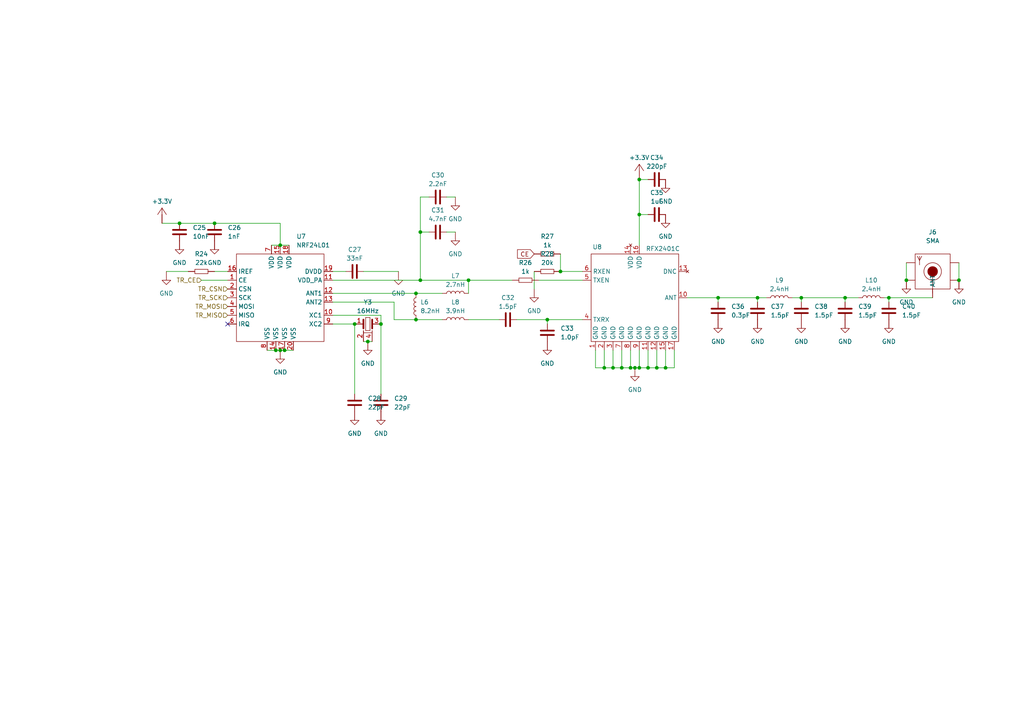
<source format=kicad_sch>
(kicad_sch (version 20250114) (generator "eeschema") (generator_version "9.0")
  (paper "A4")
  (lib_symbols
    (symbol "common:Capacitor" (pin_numbers (hide yes))
      (property "Reference" "C" (at 0 3.5 0))
      (property "Value" "F" (at 0 -4 0))
      (symbol "Capacitor_1_1"
        (polyline (pts (xy -0.635 1.905) (xy -0.635 -1.905)) (stroke (width 0.5)))
        (polyline (pts (xy 0.635 1.905) (xy 0.635 -1.905)) (stroke (width 0.5)))
        (pin passive line (at -2.54 0 0) (length 1.9) (name "~") (number "1"))
        (pin passive line (at 2.54 0 180) (length 1.9) (name "~") (number "2"))
      )
    )
    (symbol "common:Crystal_4Pins" (pin_names (hide yes))
      (property "Reference" "Y" (at 0 0 0))
      (property "Value" "Hz" (at 0 4 0))
      (symbol "Crystal_4Pins_0_0"
        (pin passive line (at -3.81 0 0) (length 2.54) (name "~") (number "1"))
        (pin passive line (at 3.81 0 180) (length 2.54) (name "~") (number "3"))
      )
      (symbol "Crystal_4Pins_0_1"
        (polyline (pts (xy -1.27 -2.54) (xy 1.27 -2.54)))
        (rectangle (start -0.635 1.905) (end 0.635 -1.905))
      )
      (symbol "Crystal_4Pins_1_0"
        (pin power_in line (at -1.27 -5.08 90) (length 3.18) (name "GND") (number "2"))
      )
      (symbol "Crystal_4Pins_1_1"
        (polyline (pts (xy -1.27 -1.27) (xy -1.27 1.27)) (stroke (width 0.5)))
        (polyline (pts (xy 1.27 1.27) (xy 1.27 -1.27)) (stroke (width 0.5)))
        (pin power_in line (at 1.27 -5.08 90) (length 3.18) (name "GND") (number "4"))
      )
    )
    (symbol "common:Inductor" (pin_numbers (hide yes))
      (property "Reference" "L" (at 0 -1 0))
      (property "Value" "H" (at 0 1.5 0))
      (symbol "Inductor_0_1"
        (arc (start -2.54 0) (mid -1.905 0.635) (end -1.27 0))
        (arc (start -1.27 0) (mid -0.635 0.635) (end 0 0))
        (arc (start 0 0) (mid 0.635 0.635) (end 1.27 0))
        (arc (start 1.27 0) (mid 1.905 0.635) (end 2.54 0))
      )
      (symbol "Inductor_1_0"
        (pin passive line (at -3.81 0 0) (length 1.26) (name "~") (number "1"))
        (pin passive line (at 3.81 0 180) (length 1.26) (name "~") (number "2"))
      )
    )
    (symbol "common:Resistor" (pin_numbers (hide yes))
      (property "Reference" "R" (at 0 -2 0))
      (property "Value" "Ohm" (at 0 2 0))
      (symbol "Resistor_0_1"
        (rectangle (start -1.905 0.635) (end 1.905 -0.635))
      )
      (symbol "Resistor_1_1"
        (pin passive line (at -3.81 0 0) (length 1.9) (name "~") (number "1"))
        (pin passive line (at 3.81 0 180) (length 1.9) (name "~") (number "2"))
      )
    )
    (symbol "connector:SMA" (pin_numbers (hide yes))
      (property "Reference" "J" (at 0 6 0))
      (property "Value" "SMA" (at 0 -15 0))
      (symbol "SMA_0_1"
        (rectangle (start -5.08 5.08) (end 5.08 -5.08))
      )
      (symbol "SMA_1_1"
        (polyline (pts (xy -3.81 1.905) (xy -3.81 4.445)))
        (polyline (pts (xy -3.175 4.445) (xy -3.81 3.175) (xy -4.445 4.445)))
        (circle (center 0 0) (radius 0.0001) (stroke (width 1.5)))
        (polyline (pts (xy 0 0) (xy 0 -6.35)))
        (circle (center 0 0) (radius 2.54))
        (pin passive line (at -7.62 2.54 0) (length 2.54) (name "") (number "2"))
        (pin passive line (at -7.62 -2.54 0) (length 2.54) (name "") (number "3"))
        (pin passive line (at 0 -7.62 90) (length 2.54) (name "ANT") (number "1"))
        (pin passive line (at 7.62 2.54 180) (length 2.54) (name "") (number "4"))
        (pin passive line (at 7.62 -2.54 180) (length 2.54) (name "") (number "5"))
      )
    )
    (symbol "pwr:+3.3V" (power) (pin_numbers (hide yes)) (in_bom no) (on_board no)
      (property "Value" "+3.3V" (at 0 3 0))
      (symbol "+3.3V_0_1"
        (polyline (pts (xy 0 1.905) (xy -1.27 0)))
        (polyline (pts (xy 0 1.905) (xy 1.27 0)))
        (polyline (pts (xy 0 0) (xy 0 1.905)))
      )
      (symbol "+3.3V_1_1"
        (pin power_in line (at 0 -2.54 90) (length 2.54) (name "~") (number "1"))
      )
    )
    (symbol "pwr:GND" (power) (pin_numbers (hide yes)) (in_bom no) (on_board no)
      (property "Value" "GND" (at 0 -2.5 0))
      (symbol "GND_0_1"
        (polyline (pts (xy 0 0) (xy 1.27 0) (xy 0 -1.27) (xy -1.27 0) (xy 0 0)))
      )
      (symbol "GND_1_1"
        (pin power_in line (at 0 2.54 270) (length 2.54) (name "~") (number "1"))
      )
    )
    (symbol "transceiver:NRF24L01"
      (property "Reference" "U" (at -12 14 0))
      (property "Value" "NRF24L01" (at 9 14 0))
      (symbol "NRF24L01_0_1"
        (rectangle (start -12.7 12.7) (end 12.7 -12.7))
      )
      (symbol "NRF24L01_1_1"
        (pin input line (at -15.24 7.62 0) (length 2.54) (name "IREF") (number "16"))
        (pin input line (at -15.24 5.08 0) (length 2.54) (name "CE") (number "1"))
        (pin input line (at -15.24 2.54 0) (length 2.54) (name "CSN") (number "2"))
        (pin input line (at -15.24 0 0) (length 2.54) (name "SCK") (number "3"))
        (pin input line (at -15.24 -2.54 0) (length 2.54) (name "MOSI") (number "4"))
        (pin output line (at -15.24 -5.08 0) (length 2.54) (name "MISO") (number "5"))
        (pin output line (at -15.24 -7.62 0) (length 2.54) (name "IRQ") (number "6"))
        (pin power_in line (at -3.81 -15.24 90) (length 2.54) (name "VSS") (number "8"))
        (pin power_in line (at -2.54 15.24 270) (length 2.54) (name "VDD") (number "7"))
        (pin power_in line (at -1.27 -15.24 90) (length 2.54) (name "VSS") (number "14"))
        (pin power_in line (at 0 15.24 270) (length 2.54) (name "VDD") (number "15"))
        (pin power_in line (at 1.27 -15.24 90) (length 2.54) (name "VSS") (number "17"))
        (pin power_in line (at 2.54 15.24 270) (length 2.54) (name "VDD") (number "18"))
        (pin power_in line (at 3.81 -15.24 90) (length 2.54) (name "VSS") (number "20"))
        (pin power_out line (at 15.24 7.62 180) (length 2.54) (name "DVDD") (number "19"))
        (pin power_out line (at 15.24 5.08 180) (length 2.54) (name "VDD_PA") (number "11"))
        (pin passive line (at 15.24 1.27 180) (length 2.54) (name "ANT1") (number "12"))
        (pin passive line (at 15.24 -1.27 180) (length 2.54) (name "ANT2") (number "13"))
        (pin passive line (at 15.24 -5.08 180) (length 2.54) (name "XC1") (number "10"))
        (pin passive line (at 15.24 -7.62 180) (length 2.54) (name "XC2") (number "9"))
      )
    )
    (symbol "transceiver:RFX2401C"
      (property "Reference" "U" (at -12 14 0))
      (property "Value" "RFX2401C" (at 8 14 0))
      (symbol "RFX2401C_0_0"
        (pin power_in line (at -11.43 -15.24 90) (length 2.54) (name "GND") (number "1"))
        (pin power_in line (at -8.89 -15.24 90) (length 2.54) (name "GND") (number "2"))
        (pin power_in line (at -6.35 -15.24 90) (length 2.54) (name "GND") (number "3"))
        (pin power_in line (at -3.81 -15.24 90) (length 2.54) (name "GND") (number "7"))
        (pin power_in line (at -1.27 -15.24 90) (length 2.54) (name "GND") (number "8"))
        (pin power_in line (at 1.27 15.24 270) (length 2.54) (name "VDD") (number "16"))
        (pin power_in line (at 1.27 -15.24 90) (length 2.54) (name "GND") (number "9"))
        (pin power_in line (at 3.81 -15.24 90) (length 2.54) (name "GND") (number "11"))
        (pin power_in line (at 6.35 -15.24 90) (length 2.54) (name "GND") (number "12"))
        (pin power_in line (at 8.89 -15.24 90) (length 2.54) (name "GND") (number "15"))
        (pin power_in line (at 11.43 -15.24 90) (length 2.54) (name "GND") (number "17"))
        (pin bidirectional line (at 15.24 0 180) (length 2.54) (name "ANT") (number "10"))
      )
      (symbol "RFX2401C_0_1"
        (rectangle (start -12.7 12.7) (end 12.7 -12.7))
      )
      (symbol "RFX2401C_1_0"
        (pin input line (at -15.24 7.62 0) (length 2.54) (name "RXEN") (number "6"))
        (pin input line (at -15.24 5.08 0) (length 2.54) (name "TXEN") (number "5"))
        (pin bidirectional line (at -15.24 -6.35 0) (length 2.54) (name "TXRX") (number "4"))
        (pin no_connect line (at -1.27 15.24 270) (length 2.54) (name "VDD") (number "14"))
        (pin no_connect line (at 15.24 7.62 180) (length 2.54) (name "DNC") (number "13"))
      )
    )
  )
  (junction (at 52.07 64.77))
  (junction (at 81.28 71.12))
  (junction (at 262.89 81.28))
  (junction (at 102.87 93.98))
  (junction (at 121.92 81.28))
  (junction (at 187.96 106.68))
  (junction (at 245.11 86.36))
  (junction (at 110.49 93.98))
  (junction (at 193.04 106.68))
  (junction (at 208.28 86.36))
  (junction (at 257.81 86.36))
  (junction (at 219.71 86.36))
  (junction (at 80.01 101.6))
  (junction (at 162.56 78.74))
  (junction (at 177.8 106.68))
  (junction (at 185.42 62.23))
  (junction (at 190.5 106.68))
  (junction (at 175.26 106.68))
  (junction (at 106.68 99.06))
  (junction (at 180.34 106.68))
  (junction (at 121.92 67.31))
  (junction (at 120.65 85.09))
  (junction (at 185.42 106.68))
  (junction (at 120.65 92.71))
  (junction (at 184.15 106.68))
  (junction (at 81.28 101.6))
  (junction (at 185.42 52.07))
  (junction (at 82.55 101.6))
  (junction (at 232.41 86.36))
  (junction (at 62.23 64.77))
  (junction (at 278.13 81.28))
  (junction (at 135.89 81.28))
  (junction (at 158.75 92.71))
  (junction (at 182.88 106.68))
  (no_connect (at 66.04 93.98))
  (wire (pts (xy 135.89 81.28) (xy 148.59 81.28)))
  (wire (pts (xy 172.72 106.68) (xy 175.26 106.68)))
  (wire (pts (xy 182.88 106.68) (xy 184.15 106.68)))
  (wire (pts (xy 175.26 101.6) (xy 175.26 106.68)))
  (wire (pts (xy 182.88 106.68) (xy 182.88 101.6)))
  (wire (pts (xy 158.75 92.71) (xy 168.91 92.71)))
  (wire (pts (xy 135.89 92.71) (xy 144.78 92.71)))
  (wire (pts (xy 121.92 57.15) (xy 121.92 67.31)))
  (wire (pts (xy 78.74 71.12) (xy 81.28 71.12)))
  (wire (pts (xy 172.72 106.68) (xy 172.72 101.6)))
  (wire (pts (xy 180.34 101.6) (xy 180.34 106.68)))
  (wire (pts (xy 105.41 78.74) (xy 115.57 78.74)))
  (wire (pts (xy 96.52 78.74) (xy 100.33 78.74)))
  (wire (pts (xy 162.56 78.74) (xy 168.91 78.74)))
  (wire (pts (xy 185.42 71.12) (xy 185.42 62.23)))
  (wire (pts (xy 121.92 57.15) (xy 124.46 57.15)))
  (wire (pts (xy 278.13 76.2) (xy 278.13 81.28)))
  (wire (pts (xy 180.34 106.68) (xy 182.88 106.68)))
  (wire (pts (xy 232.41 86.36) (xy 232.41 87.63)))
  (wire (pts (xy 199.39 86.36) (xy 208.28 86.36)))
  (wire (pts (xy 187.96 52.07) (xy 185.42 52.07)))
  (wire (pts (xy 257.81 86.36) (xy 270.51 86.36)))
  (wire (pts (xy 156.21 81.28) (xy 168.91 81.28)))
  (wire (pts (xy 219.71 86.36) (xy 219.71 87.63)))
  (wire (pts (xy 62.23 78.74) (xy 66.04 78.74)))
  (wire (pts (xy 135.89 81.28) (xy 135.89 85.09)))
  (wire (pts (xy 162.56 73.66) (xy 162.56 78.74)))
  (wire (pts (xy 256.54 86.36) (xy 257.81 86.36)))
  (wire (pts (xy 77.47 101.6) (xy 80.01 101.6)))
  (wire (pts (xy 190.5 106.68) (xy 193.04 106.68)))
  (wire (pts (xy 193.04 106.68) (xy 193.04 101.6)))
  (wire (pts (xy 120.65 92.71) (xy 128.27 92.71)))
  (wire (pts (xy 185.42 106.68) (xy 187.96 106.68)))
  (wire (pts (xy 158.75 92.71) (xy 158.75 93.98)))
  (wire (pts (xy 154.94 83.82) (xy 154.94 78.74)))
  (wire (pts (xy 121.92 81.28) (xy 135.89 81.28)))
  (wire (pts (xy 232.41 86.36) (xy 245.11 86.36)))
  (wire (pts (xy 185.42 52.07) (xy 185.42 62.23)))
  (wire (pts (xy 121.92 67.31) (xy 124.46 67.31)))
  (wire (pts (xy 81.28 101.6) (xy 82.55 101.6)))
  (wire (pts (xy 229.87 86.36) (xy 232.41 86.36)))
  (wire (pts (xy 106.68 99.06) (xy 105.41 99.06)))
  (wire (pts (xy 96.52 91.44) (xy 110.49 91.44)))
  (wire (pts (xy 190.5 106.68) (xy 190.5 101.6)))
  (wire (pts (xy 96.52 93.98) (xy 102.87 93.98)))
  (wire (pts (xy 110.49 91.44) (xy 110.49 93.98)))
  (wire (pts (xy 96.52 85.09) (xy 120.65 85.09)))
  (wire (pts (xy 208.28 86.36) (xy 219.71 86.36)))
  (wire (pts (xy 102.87 93.98) (xy 102.87 114.3)))
  (wire (pts (xy 245.11 86.36) (xy 245.11 87.63)))
  (wire (pts (xy 96.52 81.28) (xy 121.92 81.28)))
  (wire (pts (xy 245.11 86.36) (xy 248.92 86.36)))
  (wire (pts (xy 82.55 101.6) (xy 85.09 101.6)))
  (wire (pts (xy 177.8 101.6) (xy 177.8 106.68)))
  (wire (pts (xy 262.89 76.2) (xy 262.89 81.28)))
  (wire (pts (xy 149.86 92.71) (xy 158.75 92.71)))
  (wire (pts (xy 121.92 67.31) (xy 121.92 81.28)))
  (wire (pts (xy 187.96 62.23) (xy 185.42 62.23)))
  (wire (pts (xy 208.28 86.36) (xy 208.28 87.63)))
  (wire (pts (xy 177.8 106.68) (xy 180.34 106.68)))
  (wire (pts (xy 48.26 78.74) (xy 54.61 78.74)))
  (wire (pts (xy 257.81 86.36) (xy 257.81 87.63)))
  (wire (pts (xy 114.3 87.63) (xy 114.3 92.71)))
  (wire (pts (xy 107.95 99.06) (xy 106.68 99.06)))
  (wire (pts (xy 187.96 106.68) (xy 187.96 101.6)))
  (wire (pts (xy 81.28 71.12) (xy 83.82 71.12)))
  (wire (pts (xy 129.54 57.15) (xy 132.08 57.15)))
  (wire (pts (xy 175.26 106.68) (xy 177.8 106.68)))
  (wire (pts (xy 184.15 106.68) (xy 185.42 106.68)))
  (wire (pts (xy 81.28 64.77) (xy 81.28 71.12)))
  (wire (pts (xy 80.01 101.6) (xy 81.28 101.6)))
  (wire (pts (xy 193.04 106.68) (xy 195.58 106.68)))
  (wire (pts (xy 52.07 64.77) (xy 62.23 64.77)))
  (wire (pts (xy 185.42 106.68) (xy 185.42 101.6)))
  (wire (pts (xy 46.99 64.77) (xy 52.07 64.77)))
  (wire (pts (xy 114.3 92.71) (xy 120.65 92.71)))
  (wire (pts (xy 62.23 64.77) (xy 81.28 64.77)))
  (wire (pts (xy 96.52 87.63) (xy 114.3 87.63)))
  (wire (pts (xy 219.71 86.36) (xy 222.25 86.36)))
  (wire (pts (xy 195.58 101.6) (xy 195.58 106.68)))
  (wire (pts (xy 187.96 106.68) (xy 190.5 106.68)))
  (wire (pts (xy 110.49 93.98) (xy 110.49 114.3)))
  (wire (pts (xy 58.42 81.28) (xy 66.04 81.28)))
  (wire (pts (xy 129.54 67.31) (xy 132.08 67.31)))
  (wire (pts (xy 128.27 85.09) (xy 120.65 85.09)))
  (global_label "CE" (shape input) (at 154.94 73.66 180) (property "Intersheetrefs" "${INTERSHEET_REFS}" (effects (hide yes))))
  (hierarchical_label "TR_CSN" (shape input) (at 66.04 83.82 180))
  (hierarchical_label "TR_MISO" (shape input) (at 66.04 91.44 180))
  (hierarchical_label "TR_SCK" (shape input) (at 66.04 86.36 180))
  (hierarchical_label "TR_MOSI" (shape input) (at 66.04 88.9 180))
  (hierarchical_label "TR_CE" (shape input) (at 58.42 81.28 180))
  (symbol (lib_id "common:Capacitor") (at 127 57.15 0) (unit 1)
    (property "Reference" "C30" (at 127 50.8 0))
    (property "Value" "2.2nF" (at 127 53.34 0))
    (property "Footprint" "common:C_0603" (effects (hide yes)))
    (property "Description" "Unpolarized Capacitor" (effects (hide yes)))
  )
  (symbol (lib_id "common:Capacitor") (at 110.49 116.84 90) (unit 1)
    (property "Reference" "C29" (at 114.3 115.5699 90) (effects (justify right)))
    (property "Value" "22pF" (at 114.3 118.1099 90) (effects (justify right)))
    (property "Footprint" "common:C_0603" (effects (hide yes)))
    (property "Description" "Unpolarized Capacitor" (effects (hide yes)))
  )
  (symbol (lib_id "pwr:GND") (at 81.28 104.14 0) (unit 1) (in_bom no) (on_board no)
    (property "Reference" "#GND054" (effects (hide yes)))
    (property "Value" "GND" (at 81.28 107.95 0))
    (property "Description" "Ground" (effects (hide yes)))
  )
  (symbol (lib_id "pwr:GND") (at 154.94 86.36 0) (unit 1) (in_bom no) (on_board no)
    (property "Reference" "#GND061" (effects (hide yes)))
    (property "Value" "GND" (at 154.94 90.17 0))
    (property "Description" "Ground" (effects (hide yes)))
  )
  (symbol (lib_id "transceiver:NRF24L01") (at 81.28 86.36 0) (unit 1)
    (property "Reference" "U7" (at 85.9633 68.58 0) (effects (justify left)))
    (property "Value" "NRF24L01" (at 85.9633 71.12 0) (effects (justify left)))
    (property "Footprint" "transceiver:NRF24L01_QFN20" (effects (hide yes)))
    (property "Description" "2.4GHz Transceiver" (effects (hide yes)))
  )
  (symbol (lib_id "pwr:GND") (at 52.07 72.39 0) (unit 1) (in_bom no) (on_board no)
    (property "Reference" "#GND052" (effects (hide yes)))
    (property "Value" "GND" (at 52.07 76.2 0))
    (property "Description" "Ground" (effects (hide yes)))
  )
  (symbol (lib_id "common:Resistor") (at 58.42 78.74 0) (unit 1)
    (property "Reference" "R24" (at 58.42 73.66 0))
    (property "Value" "22k" (at 58.42 76.2 0))
    (property "Footprint" "common:R_0603" (effects (hide yes)))
    (property "Description" "Resistor" (effects (hide yes)))
  )
  (symbol (lib_id "common:Capacitor") (at 127 67.31 0) (unit 1)
    (property "Reference" "C31" (at 127 60.96 0))
    (property "Value" "4.7nF" (at 127 63.5 0))
    (property "Footprint" "common:C_0603" (effects (hide yes)))
    (property "Description" "Unpolarized Capacitor" (effects (hide yes)))
  )
  (symbol (lib_id "pwr:GND") (at 184.15 109.22 0) (unit 1) (in_bom no) (on_board no)
    (property "Reference" "#GND063" (effects (hide yes)))
    (property "Value" "GND" (at 184.15 113.03 0))
    (property "Description" "Ground" (effects (hide yes)))
  )
  (symbol (lib_id "pwr:GND") (at 132.08 69.85 0) (unit 1) (in_bom no) (on_board no)
    (property "Reference" "#GND060" (effects (hide yes)))
    (property "Value" "GND" (at 132.08 73.66 0))
    (property "Description" "Ground" (effects (hide yes)))
  )
  (symbol (lib_id "pwr:GND") (at 158.75 101.6 0) (unit 1) (in_bom no) (on_board no)
    (property "Reference" "#GND062" (effects (hide yes)))
    (property "Value" "GND" (at 158.75 105.41 0))
    (property "Description" "Ground" (effects (hide yes)))
  )
  (symbol (lib_id "pwr:GND") (at 193.04 54.61 0) (unit 1) (in_bom no) (on_board no)
    (property "Reference" "#GND064" (effects (hide yes)))
    (property "Value" "GND" (at 193.04 58.42 0))
    (property "Description" "Ground" (effects (hide yes)))
  )
  (symbol (lib_id "common:Resistor") (at 152.4 81.28 0) (unit 1)
    (property "Reference" "R26" (at 152.4 76.2 0))
    (property "Value" "1k" (at 152.4 78.74 0))
    (property "Footprint" "common:R_0603" (effects (hide yes)))
    (property "Description" "Resistor" (effects (hide yes)))
  )
  (symbol (lib_id "common:Capacitor") (at 158.75 96.52 90) (unit 1)
    (property "Reference" "C33" (at 162.56 95.2499 90) (effects (justify right)))
    (property "Value" "1.0pF" (at 162.56 97.7899 90) (effects (justify right)))
    (property "Footprint" "common:C_0603" (effects (hide yes)))
    (property "Description" "Unpolarized Capacitor" (effects (hide yes)))
  )
  (symbol (lib_id "common:Crystal_4Pins") (at 106.68 93.98 0) (unit 1)
    (property "Reference" "Y3" (at 106.68 87.63 0))
    (property "Value" "16MHz" (at 106.68 90.17 0))
    (property "Footprint" "common:Crystal_3225" (effects (hide yes)))
  )
  (symbol (lib_id "common:Inductor") (at 132.08 92.71 0) (unit 1)
    (property "Reference" "L8" (at 132.08 87.63 0))
    (property "Value" "3.9nH" (at 132.08 90.17 0))
    (property "Footprint" "common:L_0603" (effects (hide yes)))
    (property "Description" "Inductor" (effects (hide yes)))
  )
  (symbol (lib_id "common:Capacitor") (at 245.11 90.17 90) (unit 1)
    (property "Reference" "C39" (at 248.92 88.8999 90) (effects (justify right)))
    (property "Value" "1.5pF" (at 248.92 91.4399 90) (effects (justify right)))
    (property "Footprint" "common:C_0603" (effects (hide yes)))
    (property "Description" "Unpolarized Capacitor" (effects (hide yes)))
  )
  (symbol (lib_id "pwr:GND") (at 208.28 95.25 0) (unit 1) (in_bom no) (on_board no)
    (property "Reference" "#GND066" (effects (hide yes)))
    (property "Value" "GND" (at 208.28 99.06 0))
    (property "Description" "Ground" (effects (hide yes)))
  )
  (symbol (lib_id "pwr:GND") (at 102.87 121.92 0) (unit 1) (in_bom no) (on_board no)
    (property "Reference" "#GND055" (effects (hide yes)))
    (property "Value" "GND" (at 102.87 125.73 0))
    (property "Description" "Ground" (effects (hide yes)))
  )
  (symbol (lib_id "common:Capacitor") (at 219.71 90.17 90) (unit 1)
    (property "Reference" "C37" (at 223.52 88.8999 90) (effects (justify right)))
    (property "Value" "1.5pF" (at 223.52 91.4399 90) (effects (justify right)))
    (property "Footprint" "common:C_0603" (effects (hide yes)))
    (property "Description" "Unpolarized Capacitor" (effects (hide yes)))
  )
  (symbol (lib_id "common:Resistor") (at 158.75 78.74 0) (unit 1)
    (property "Reference" "R28" (at 158.75 73.66 0))
    (property "Value" "20k" (at 158.75 76.2 0))
    (property "Footprint" "common:R_0603" (effects (hide yes)))
    (property "Description" "Resistor" (effects (hide yes)))
  )
  (symbol (lib_id "common:Capacitor") (at 102.87 78.74 0) (unit 1)
    (property "Reference" "C27" (at 102.87 72.39 0))
    (property "Value" "33nF" (at 102.87 74.93 0))
    (property "Footprint" "common:C_0603" (effects (hide yes)))
    (property "Description" "Unpolarized Capacitor" (effects (hide yes)))
  )
  (symbol (lib_id "pwr:GND") (at 262.89 83.82 0) (unit 1) (in_bom no) (on_board no)
    (property "Reference" "#GND071" (effects (hide yes)))
    (property "Value" "GND" (at 262.89 87.63 0))
    (property "Description" "Ground" (effects (hide yes)))
  )
  (symbol (lib_id "common:Resistor") (at 158.75 73.66 0) (unit 1)
    (property "Reference" "R27" (at 158.75 68.58 0))
    (property "Value" "1k" (at 158.75 71.12 0))
    (property "Footprint" "common:R_0603" (effects (hide yes)))
    (property "Description" "Resistor" (effects (hide yes)))
  )
  (symbol (lib_id "pwr:GND") (at 257.81 95.25 0) (unit 1) (in_bom no) (on_board no)
    (property "Reference" "#GND070" (effects (hide yes)))
    (property "Value" "GND" (at 257.81 99.06 0))
    (property "Description" "Ground" (effects (hide yes)))
  )
  (symbol (lib_id "pwr:GND") (at 193.04 64.77 0) (unit 1) (in_bom no) (on_board no)
    (property "Reference" "#GND065" (effects (hide yes)))
    (property "Value" "GND" (at 193.04 68.58 0))
    (property "Description" "Ground" (effects (hide yes)))
  )
  (symbol (lib_id "pwr:GND") (at 110.49 121.92 0) (unit 1) (in_bom no) (on_board no)
    (property "Reference" "#GND057" (effects (hide yes)))
    (property "Value" "GND" (at 110.49 125.73 0))
    (property "Description" "Ground" (effects (hide yes)))
  )
  (symbol (lib_id "pwr:GND") (at 132.08 59.69 0) (unit 1) (in_bom no) (on_board no)
    (property "Reference" "#GND059" (effects (hide yes)))
    (property "Value" "GND" (at 132.08 63.5 0))
    (property "Description" "Ground" (effects (hide yes)))
  )
  (symbol (lib_id "common:Capacitor") (at 232.41 90.17 90) (unit 1)
    (property "Reference" "C38" (at 236.22 88.8999 90) (effects (justify right)))
    (property "Value" "1.5pF" (at 236.22 91.4399 90) (effects (justify right)))
    (property "Footprint" "common:C_0603" (effects (hide yes)))
    (property "Description" "Unpolarized Capacitor" (effects (hide yes)))
  )
  (symbol (lib_id "pwr:GND") (at 278.13 83.82 0) (unit 1) (in_bom no) (on_board no)
    (property "Reference" "#GND072" (effects (hide yes)))
    (property "Value" "GND" (at 278.13 87.63 0))
    (property "Description" "Ground" (effects (hide yes)))
  )
  (symbol (lib_id "connector:SMA") (at 270.51 78.74 0) (unit 1)
    (property "Reference" "J6" (at 270.51 67.31 0))
    (property "Value" "SMA" (at 270.51 69.85 0))
    (property "Footprint" "connector:SMA" (effects (hide yes)))
    (property "Description" "SubMiniature version A Female Jack" (effects (hide yes)))
  )
  (symbol (lib_id "pwr:GND") (at 232.41 95.25 0) (unit 1) (in_bom no) (on_board no)
    (property "Reference" "#GND068" (effects (hide yes)))
    (property "Value" "GND" (at 232.41 99.06 0))
    (property "Description" "Ground" (effects (hide yes)))
  )
  (symbol (lib_id "common:Inductor") (at 252.73 86.36 0) (unit 1)
    (property "Reference" "L10" (at 252.73 81.28 0))
    (property "Value" "2.4nH" (at 252.73 83.82 0))
    (property "Footprint" "common:L_0603" (effects (hide yes)))
    (property "Description" "Inductor" (effects (hide yes)))
  )
  (symbol (lib_id "pwr:+3.3V") (at 46.99 62.23 0) (unit 1) (in_bom no) (on_board no)
    (property "Reference" "#3.3V04" (effects (hide yes)))
    (property "Value" "+3.3V" (at 46.99 58.42 0))
    (property "Description" "+3.3V" (effects (hide yes)))
  )
  (symbol (lib_id "pwr:GND") (at 245.11 95.25 0) (unit 1) (in_bom no) (on_board no)
    (property "Reference" "#GND069" (effects (hide yes)))
    (property "Value" "GND" (at 245.11 99.06 0))
    (property "Description" "Ground" (effects (hide yes)))
  )
  (symbol (lib_id "transceiver:RFX2401C") (at 184.15 86.36 0) (unit 1)
    (property "Reference" "U8" (at 173.228 71.628 0))
    (property "Value" "RFX2401C" (at 192.278 72.136 0))
    (property "Footprint" "transceiver:RFX2401C_QFN16" (effects (hide yes)))
    (property "Datasheet" "https://www.lcsc.com/datasheet/C19213.pdf" (effects (hide yes)))
    (property "Description" "RF Front-end Integrated Circuit" (effects (hide yes)))
  )
  (symbol (lib_id "pwr:GND") (at 48.26 81.28 0) (unit 1) (in_bom no) (on_board no)
    (property "Reference" "#GND051" (effects (hide yes)))
    (property "Value" "GND" (at 48.26 85.09 0))
    (property "Description" "Ground" (effects (hide yes)))
  )
  (symbol (lib_id "common:Capacitor") (at 257.81 90.17 90) (unit 1)
    (property "Reference" "C40" (at 261.62 88.8999 90) (effects (justify right)))
    (property "Value" "1.5pF" (at 261.62 91.4399 90) (effects (justify right)))
    (property "Footprint" "common:C_0603" (effects (hide yes)))
    (property "Description" "Unpolarized Capacitor" (effects (hide yes)))
  )
  (symbol (lib_id "common:Capacitor") (at 52.07 67.31 90) (unit 1)
    (property "Reference" "C25" (at 55.88 66.0399 90) (effects (justify right)))
    (property "Value" "10nF" (at 55.88 68.5799 90) (effects (justify right)))
    (property "Footprint" "common:C_0603" (effects (hide yes)))
    (property "Description" "Unpolarized Capacitor" (effects (hide yes)))
  )
  (symbol (lib_id "common:Capacitor") (at 147.32 92.71 0) (unit 1)
    (property "Reference" "C32" (at 147.32 86.36 0))
    (property "Value" "1.5pF" (at 147.32 88.9 0))
    (property "Footprint" "common:C_0603" (effects (hide yes)))
    (property "Description" "Unpolarized Capacitor" (effects (hide yes)))
  )
  (symbol (lib_id "pwr:GND") (at 115.57 81.28 0) (unit 1) (in_bom no) (on_board no)
    (property "Reference" "#GND058" (effects (hide yes)))
    (property "Value" "GND" (at 115.57 85.09 0))
    (property "Description" "Ground" (effects (hide yes)))
  )
  (symbol (lib_id "common:Inductor") (at 120.65 88.9 90) (unit 1)
    (property "Reference" "L6" (at 121.92 87.6299 90) (effects (justify right)))
    (property "Value" "8.2nH" (at 121.92 90.1699 90) (effects (justify right)))
    (property "Footprint" "common:L_0603" (effects (hide yes)))
    (property "Description" "Inductor" (effects (hide yes)))
  )
  (symbol (lib_id "common:Capacitor") (at 62.23 67.31 90) (unit 1)
    (property "Reference" "C26" (at 66.04 66.0399 90) (effects (justify right)))
    (property "Value" "1nF" (at 66.04 68.5799 90) (effects (justify right)))
    (property "Footprint" "common:C_0603" (effects (hide yes)))
    (property "Description" "Unpolarized Capacitor" (effects (hide yes)))
  )
  (symbol (lib_id "common:Capacitor") (at 208.28 90.17 90) (unit 1)
    (property "Reference" "C36" (at 212.09 88.8999 90) (effects (justify right)))
    (property "Value" "0.3pF" (at 212.09 91.4399 90) (effects (justify right)))
    (property "Footprint" "common:C_0603" (effects (hide yes)))
    (property "Description" "Unpolarized Capacitor" (effects (hide yes)))
  )
  (symbol (lib_id "pwr:GND") (at 62.23 72.39 0) (unit 1) (in_bom no) (on_board no)
    (property "Reference" "#GND053" (effects (hide yes)))
    (property "Value" "GND" (at 62.23 76.2 0))
    (property "Description" "Ground" (effects (hide yes)))
  )
  (symbol (lib_id "pwr:GND") (at 106.68 101.6 0) (unit 1) (in_bom no) (on_board no)
    (property "Reference" "#GND056" (effects (hide yes)))
    (property "Value" "GND" (at 106.68 105.41 0))
    (property "Description" "Ground" (effects (hide yes)))
  )
  (symbol (lib_id "common:Inductor") (at 226.06 86.36 0) (unit 1)
    (property "Reference" "L9" (at 226.06 81.28 0))
    (property "Value" "2.4nH" (at 226.06 83.82 0))
    (property "Footprint" "common:L_0603" (effects (hide yes)))
    (property "Description" "Inductor" (effects (hide yes)))
  )
  (symbol (lib_id "common:Capacitor") (at 190.5 62.23 0) (unit 1)
    (property "Reference" "C35" (at 190.5 55.88 0))
    (property "Value" "1uF" (at 190.5 58.42 0))
    (property "Footprint" "common:C_0603" (effects (hide yes)))
    (property "Description" "Unpolarized Capacitor" (effects (hide yes)))
  )
  (symbol (lib_id "common:Inductor") (at 132.08 85.09 0) (unit 1)
    (property "Reference" "L7" (at 132.08 80.01 0))
    (property "Value" "2.7nH" (at 132.08 82.55 0))
    (property "Footprint" "common:L_0603" (effects (hide yes)))
    (property "Description" "Inductor" (effects (hide yes)))
  )
  (symbol (lib_id "pwr:+3.3V") (at 185.42 49.53 0) (unit 1) (in_bom no) (on_board no)
    (property "Reference" "#3.3V06" (effects (hide yes)))
    (property "Value" "+3.3V" (at 185.42 45.72 0))
    (property "Description" "+3.3V" (effects (hide yes)))
  )
  (symbol (lib_id "common:Capacitor") (at 102.87 116.84 90) (unit 1)
    (property "Reference" "C28" (at 106.68 115.5699 90) (effects (justify right)))
    (property "Value" "22pF" (at 106.68 118.1099 90) (effects (justify right)))
    (property "Footprint" "common:C_0603" (effects (hide yes)))
    (property "Description" "Unpolarized Capacitor" (effects (hide yes)))
  )
  (symbol (lib_id "pwr:GND") (at 219.71 95.25 0) (unit 1) (in_bom no) (on_board no)
    (property "Reference" "#GND067" (effects (hide yes)))
    (property "Value" "GND" (at 219.71 99.06 0))
    (property "Description" "Ground" (effects (hide yes)))
  )
  (symbol (lib_id "common:Capacitor") (at 190.5 52.07 0) (unit 1)
    (property "Reference" "C34" (at 190.5 45.72 0))
    (property "Value" "220pF" (at 190.5 48.26 0))
    (property "Footprint" "common:C_0603" (effects (hide yes)))
    (property "Description" "Unpolarized Capacitor" (effects (hide yes)))
  )
)
</source>
